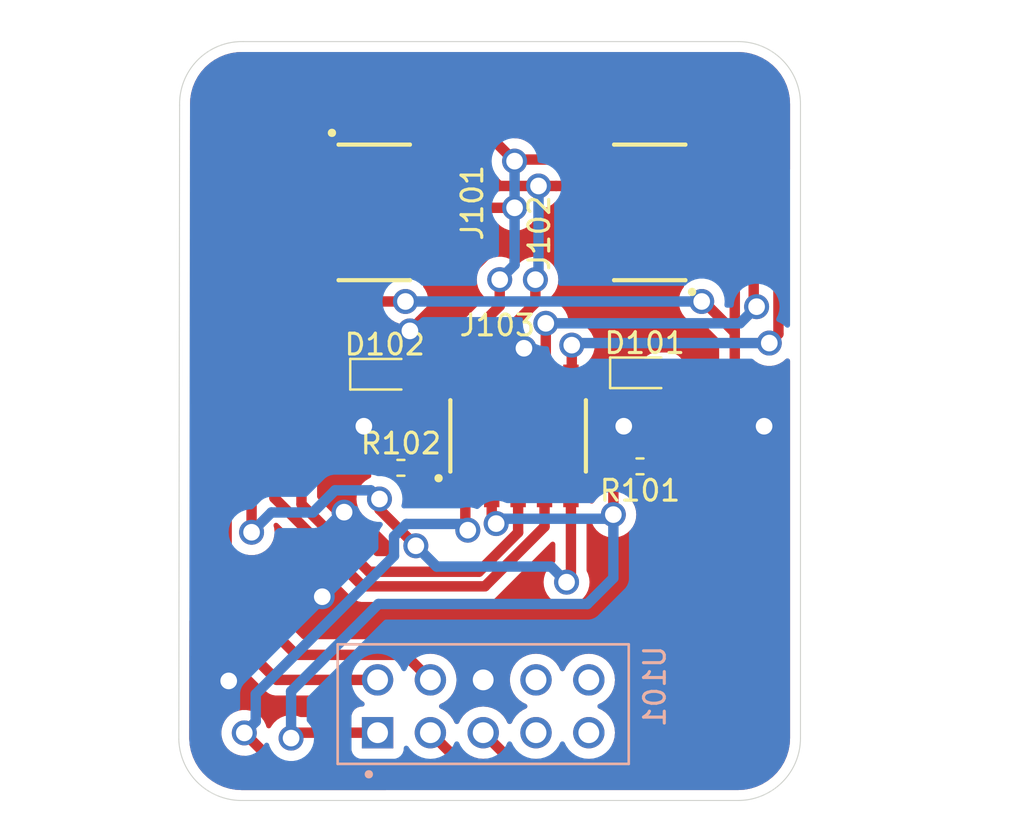
<source format=kicad_pcb>
(kicad_pcb (version 20240108) (generator "pcbnew") (generator_version "8.0")
  (layers (0 "F.Cu" signal) (31 "B.Cu" signal) (34 "B.Paste" user) (35 "F.Paste" user) (36 "B.SilkS" user "B.Silkscreen") (37 "F.SilkS" user "F.Silkscreen") (38 "B.Mask" user) (39 "F.Mask" user) (44 "Edge.Cuts" user))
  (net 0 "")
  (net 1 "Net-(D101-A)")
  (net 2 "GND")
  (net 3 "Net-(D102-A)")
  (net 4 "+5V")
  (net 6 "/TOFB_GPIO1")
  (net 7 "/TOFB_XSHUT")
  (net 9 "/I2C_MAIN_SCL")
  (net 10 "/I2C_MAIN_SDA")
  (net 11 "/TOFC_XSHUT")
  (net 12 "/TOFC_GPIO1")
  (net 13 "/TOFA_XSHUT")
  (net 14 "/TOFA_GPIO1")
  (footprint "Resistor_SMD:R_0402_1005Metric_Pad0.72x0.64mm_HandSolder" (layer "F.Cu") (at 182.7825 104.43 180)
    (property "Reference" "R101" (at 0 -1.17 0) (layer "F.SilkS"))
    (property "Value" "3.3k")
    (fp_line (start -0.167621 0.38) (end 0.167621 0.38) (stroke (width 0.12)) (layer "F.SilkS"))
    (fp_line (start -0.167621 -0.38) (end 0.167621 -0.38) (stroke (width 0.12)) (layer "F.SilkS"))
    (pad "1" smd roundrect (at -0.5975 0 180) (size 0.715 0.64) (layers "F.Cu" "F.Paste" "F.Mask") (net 1 "Net-(D101-A)"))
    (pad "2" smd roundrect (at 0.5975 0 180) (size 0.715 0.64) (layers "F.Cu" "F.Paste" "F.Mask") (net 14 "/TOFA_GPIO1"))
  )
  (footprint "TJ:SAMTEC_FTSH-105-01-F-DV-P-TR" (layer "F.Cu") (at 170 92.215 -90)
    (property "Reference" "J101" (at -0.46 -4.715 90) (layer "F.SilkS"))
    (property "Value" "FTSH-105-01-F-DV-P-TR" (hide yes))
    (fp_line (start -3.26 1.715) (end -3.26 1.715) (stroke (width 0.2)) (layer "F.SilkS"))
    (fp_line (start -3.26 1.715) (end -3.26 -1.715) (stroke (width 0.2)) (layer "F.SilkS"))
    (fp_line (start 3.26 1.715) (end 3.26 1.715) (stroke (width 0.2)) (layer "F.SilkS"))
    (fp_line (start -3.26 -1.715) (end -3.26 -1.715) (stroke (width 0.2)) (layer "F.SilkS"))
    (fp_line (start 3.26 -1.715) (end 3.26 1.715) (stroke (width 0.2)) (layer "F.SilkS"))
    (fp_line (start 3.26 -1.715) (end 3.26 -1.715) (stroke (width 0.2)) (layer "F.SilkS"))
    (fp_circle (center -3.825 2.035) (end -3.725 2.035) (stroke (width 0.2)) (fill none) (layer "F.SilkS"))
    (pad "01" smd rect (at -2.54 2.035 270) (size 0.74 2.79) (layers "F.Cu" "F.Paste" "F.Mask") (net 6 "/TOFB_GPIO1"))
    (pad "02" smd rect (at -2.54 -2.035 270) (size 0.74 2.79) (layers "F.Cu" "F.Paste" "F.Mask") (net 10 "/I2C_MAIN_SDA"))
    (pad "03" smd rect (at -1.27 2.035 270) (size 0.74 2.79) (layers "F.Cu" "F.Paste" "F.Mask") (net 7 "/TOFB_XSHUT"))
    (pad "04" smd rect (at -1.27 -2.035 270) (size 0.74 2.79) (layers "F.Cu" "F.Paste" "F.Mask") (net 9 "/I2C_MAIN_SCL"))
    (pad "05" smd rect (at 0 2.035 270) (size 0.74 2.79) (layers "F.Cu" "F.Paste" "F.Mask") (net 4 "+5V"))
    (pad "06" smd rect (at 0 -2.035 270) (size 0.74 2.79) (layers "F.Cu" "F.Paste" "F.Mask") (net 2 "GND"))
    (pad "07" smd rect (at 1.27 2.035 270) (size 0.74 2.79) (layers "F.Cu" "F.Paste" "F.Mask"))
    (pad "08" smd rect (at 1.27 -2.035 270) (size 0.74 2.79) (layers "F.Cu" "F.Paste" "F.Mask"))
    (pad "09" smd rect (at 2.54 2.035 270) (size 0.74 2.79) (layers "F.Cu" "F.Paste" "F.Mask"))
    (pad "10" smd rect (at 2.54 -2.035 270) (size 0.74 2.79) (layers "F.Cu" "F.Paste" "F.Mask"))
  )
  (footprint "LED_SMD:LED_0603_1608Metric_Pad1.05x0.95mm_HandSolder" (layer "F.Cu") (at 170.505 100)
    (property "Reference" "D102" (at 0 -1.43 0) (layer "F.SilkS"))
    (property "Value" "LED")
    (fp_line (start -1.66 -0.735) (end -1.66 0.735) (stroke (width 0.12)) (layer "F.SilkS"))
    (fp_line (start -1.66 0.735) (end 0.8 0.735) (stroke (width 0.12)) (layer "F.SilkS"))
    (fp_line (start 0.8 -0.735) (end -1.66 -0.735) (stroke (width 0.12)) (layer "F.SilkS"))
    (pad "1" smd roundrect (at -0.875 0) (size 1.05 0.95) (layers "F.Cu" "F.Paste" "F.Mask") (net 2 "GND"))
    (pad "2" smd roundrect (at 0.875 0) (size 1.05 0.95) (layers "F.Cu" "F.Paste" "F.Mask") (net 3 "Net-(D102-A)"))
  )
  (footprint "TJ:SAMTEC_FTSH-105-01-F-DV-P-TR" (layer "F.Cu") (at 183.25 92.215 90)
    (property "Reference" "J102" (at -1 -5.315 90) (layer "F.SilkS"))
    (property "Value" "FTSH-105-01-F-DV-P-TR" (hide yes))
    (fp_line (start 3.26 -1.715) (end 3.26 -1.715) (stroke (width 0.2)) (layer "F.SilkS"))
    (fp_line (start 3.26 -1.715) (end 3.26 1.715) (stroke (width 0.2)) (layer "F.SilkS"))
    (fp_line (start -3.26 -1.715) (end -3.26 -1.715) (stroke (width 0.2)) (layer "F.SilkS"))
    (fp_line (start 3.26 1.715) (end 3.26 1.715) (stroke (width 0.2)) (layer "F.SilkS"))
    (fp_line (start -3.26 1.715) (end -3.26 -1.715) (stroke (width 0.2)) (layer "F.SilkS"))
    (fp_line (start -3.26 1.715) (end -3.26 1.715) (stroke (width 0.2)) (layer "F.SilkS"))
    (fp_circle (center -3.825 2.035) (end -3.725 2.035) (stroke (width 0.2)) (fill none) (layer "F.SilkS"))
    (pad "01" smd rect (at -2.54 2.035 90) (size 0.74 2.79) (layers "F.Cu" "F.Paste" "F.Mask"))
    (pad "02" smd rect (at -2.54 -2.035 90) (size 0.74 2.79) (layers "F.Cu" "F.Paste" "F.Mask"))
    (pad "03" smd rect (at -1.27 2.035 90) (size 0.74 2.79) (layers "F.Cu" "F.Paste" "F.Mask"))
    (pad "04" smd rect (at -1.27 -2.035 90) (size 0.74 2.79) (layers "F.Cu" "F.Paste" "F.Mask"))
    (pad "05" smd rect (at 0 2.035 90) (size 0.74 2.79) (layers "F.Cu" "F.Paste" "F.Mask") (net 4 "+5V"))
    (pad "06" smd rect (at 0 -2.035 90) (size 0.74 2.79) (layers "F.Cu" "F.Paste" "F.Mask") (net 2 "GND"))
    (pad "07" smd rect (at 1.27 2.035 90) (size 0.74 2.79) (layers "F.Cu" "F.Paste" "F.Mask") (net 11 "/TOFC_XSHUT"))
    (pad "08" smd rect (at 1.27 -2.035 90) (size 0.74 2.79) (layers "F.Cu" "F.Paste" "F.Mask") (net 10 "/I2C_MAIN_SDA"))
    (pad "09" smd rect (at 2.54 2.035 90) (size 0.74 2.79) (layers "F.Cu" "F.Paste" "F.Mask") (net 12 "/TOFC_GPIO1"))
    (pad "10" smd rect (at 2.54 -2.035 90) (size 0.74 2.79) (layers "F.Cu" "F.Paste" "F.Mask") (net 9 "/I2C_MAIN_SCL"))
  )
  (footprint "LED_SMD:LED_0603_1608Metric_Pad1.05x0.95mm_HandSolder" (layer "F.Cu") (at 183.005 99.93)
    (property "Reference" "D101" (at 0 -1.43 0) (layer "F.SilkS"))
    (property "Value" "LED")
    (fp_line (start -1.66 -0.735) (end -1.66 0.735) (stroke (width 0.12)) (layer "F.SilkS"))
    (fp_line (start -1.66 0.735) (end 0.8 0.735) (stroke (width 0.12)) (layer "F.SilkS"))
    (fp_line (start 0.8 -0.735) (end -1.66 -0.735) (stroke (width 0.12)) (layer "F.SilkS"))
    (pad "1" smd roundrect (at -0.875 0) (size 1.05 0.95) (layers "F.Cu" "F.Paste" "F.Mask") (net 2 "GND"))
    (pad "2" smd roundrect (at 0.875 0) (size 1.05 0.95) (layers "F.Cu" "F.Paste" "F.Mask") (net 1 "Net-(D101-A)"))
  )
  (footprint "Resistor_SMD:R_0402_1005Metric_Pad0.72x0.64mm_HandSolder" (layer "F.Cu") (at 171.2825 104.5)
    (property "Reference" "R102" (at 0 -1.17 0) (layer "F.SilkS"))
    (property "Value" "3.3k")
    (fp_line (start -0.167621 -0.38) (end 0.167621 -0.38) (stroke (width 0.12)) (layer "F.SilkS"))
    (fp_line (start -0.167621 0.38) (end 0.167621 0.38) (stroke (width 0.12)) (layer "F.SilkS"))
    (pad "1" smd roundrect (at -0.5975 0) (size 0.715 0.64) (layers "F.Cu" "F.Paste" "F.Mask") (net 3 "Net-(D102-A)"))
    (pad "2" smd roundrect (at 0.5975 0) (size 0.715 0.64) (layers "F.Cu" "F.Paste" "F.Mask") (net 13 "/TOFA_XSHUT"))
  )
  (footprint "TJ:SAMTEC_FTSH-105-01-F-DV-P-TR" (layer "F.Cu") (at 176.92 102.965)
    (property "Reference" "J103" (at -1 -5.315 0) (layer "F.SilkS"))
    (property "Value" "FTSH-105-01-F-DV-P-TR")
    (fp_line (start -3.26 -1.715) (end -3.26 -1.715) (stroke (width 0.2)) (layer "F.SilkS"))
    (fp_line (start -3.26 1.715) (end -3.26 -1.715) (stroke (width 0.2)) (layer "F.SilkS"))
    (fp_line (start -3.26 1.715) (end -3.26 1.715) (stroke (width 0.2)) (layer "F.SilkS"))
    (fp_line (start 3.26 -1.715) (end 3.26 -1.715) (stroke (width 0.2)) (layer "F.SilkS"))
    (fp_line (start 3.26 -1.715) (end 3.26 1.715) (stroke (width 0.2)) (layer "F.SilkS"))
    (fp_line (start 3.26 1.715) (end 3.26 1.715) (stroke (width 0.2)) (layer "F.SilkS"))
    (fp_circle (center -3.825 2.035) (end -3.725 2.035) (stroke (width 0.2)) (fill none) (layer "F.SilkS"))
    (pad "01" smd rect (at -2.54 2.035) (size 0.74 2.79) (layers "F.Cu" "F.Paste" "F.Mask") (net 13 "/TOFA_XSHUT"))
    (pad "02" smd rect (at -2.54 -2.035) (size 0.74 2.79) (layers "F.Cu" "F.Paste" "F.Mask") (net 9 "/I2C_MAIN_SCL"))
    (pad "03" smd rect (at -1.27 2.035) (size 0.74 2.79) (layers "F.Cu" "F.Paste" "F.Mask") (net 14 "/TOFA_GPIO1"))
    (pad "04" smd rect (at -1.27 -2.035) (size 0.74 2.79) (layers "F.Cu" "F.Paste" "F.Mask") (net 10 "/I2C_MAIN_SDA"))
    (pad "05" smd rect (at 0 2.035) (size 0.74 2.79) (layers "F.Cu" "F.Paste" "F.Mask") (net 4 "+5V"))
    (pad "06" smd rect (at 0 -2.035) (size 0.74 2.79) (layers "F.Cu" "F.Paste" "F.Mask") (net 2 "GND"))
    (pad "07" smd rect (at 1.27 2.035) (size 0.74 2.79) (layers "F.Cu" "F.Paste" "F.Mask") (net 7 "/TOFB_XSHUT"))
    (pad "08" smd rect (at 1.27 -2.035) (size 0.74 2.79) (layers "F.Cu" "F.Paste" "F.Mask") (net 11 "/TOFC_XSHUT"))
    (pad "09" smd rect (at 2.54 2.035) (size 0.74 2.79) (layers "F.Cu" "F.Paste" "F.Mask") (net 6 "/TOFB_GPIO1"))
    (pad "10" smd rect (at 2.54 -2.035) (size 0.74 2.79) (layers "F.Cu" "F.Paste" "F.Mask") (net 12 "/TOFC_GPIO1"))
  )
  (footprint "VL53L1X-SATEL:MODULE_VL53L1X-SATEL" (layer "B.Cu") (at 175.24 105.49 90)
    (property "Reference" "U101" (at -9.525 8.255 90) (layer "B.SilkS") (effects (justify mirror)))
    (property "Value" "VL53L1X-SATEL")
    (fp_line (start -7.5 -7) (end -13.25 -7) (stroke (width 0.127)) (layer "B.SilkS"))
    (fp_line (start -13.25 -7) (end -13.25 7) (stroke (width 0.127)) (layer "B.SilkS"))
    (fp_line (start -7.5 7) (end -7.5 -7) (stroke (width 0.127)) (layer "B.SilkS"))
    (fp_line (start -13.25 7) (end -7.5 7) (stroke (width 0.127)) (layer "B.SilkS"))
    (fp_circle (center -13.75 -5.5) (end -13.65 -5.5) (stroke (width 0.2)) (fill none) (layer "B.SilkS"))
    (pad "1" thru_hole rect (at -11.75 -5.08 90) (size 1.508 1.508) (drill 1) (layers "*.Cu" "*.Mask") (net 14 "/TOFA_GPIO1"))
    (pad "2" thru_hole circle (at -9.21 -5.08 90) (size 1.508 1.508) (drill 1) (layers "*.Cu" "*.Mask") (net 9 "/I2C_MAIN_SCL"))
    (pad "3" thru_hole circle (at -11.75 -2.54 90) (size 1.508 1.508) (drill 1) (layers "*.Cu" "*.Mask") (net 13 "/TOFA_XSHUT"))
    (pad "4" thru_hole circle (at -9.21 -2.54 90) (size 1.508 1.508) (drill 1) (layers "*.Cu" "*.Mask") (net 10 "/I2C_MAIN_SDA"))
    (pad "5" thru_hole circle (at -11.75 0 90) (size 1.508 1.508) (drill 1) (layers "*.Cu" "*.Mask") (net 4 "+5V"))
    (pad "6" thru_hole circle (at -9.21 0 90) (size 1.508 1.508) (drill 1) (layers "*.Cu" "*.Mask") (net 2 "GND"))
    (pad "7" thru_hole circle (at -11.75 2.54 90) (size 1.508 1.508) (drill 1) (layers "*.Cu" "*.Mask"))
    (pad "8" thru_hole circle (at -9.21 2.54 90) (size 1.508 1.508) (drill 1) (layers "*.Cu" "*.Mask"))
    (pad "9" thru_hole circle (at -11.75 5.08 90) (size 1.508 1.508) (drill 1) (layers "*.Cu" "*.Mask"))
    (pad "10" thru_hole circle (at -9.21 5.08 90) (size 1.508 1.508) (drill 1) (layers "*.Cu" "*.Mask"))
  )
  (gr_arc (start 190.5 117.5) (mid 189.62132 119.62132) (end 187.5 120.5) (stroke (width 0.05)) (layer "Edge.Cuts"))
  (gr_line (start 190.5 87) (end 190.5 117.5) (stroke (width 0.05)) (layer "Edge.Cuts"))
  (gr_line (start 160.6 117.55) (end 160.63814 87.049204) (stroke (width 0.05)) (layer "Edge.Cuts"))
  (gr_line (start 163.62132 120.500841) (end 187.5 120.5) (stroke (width 0.05)) (layer "Edge.Cuts"))
  (gr_arc (start 187.5 84) (mid 189.62132 84.87868) (end 190.5 87) (stroke (width 0.05)) (layer "Edge.Cuts"))
  (gr_line (start 163.7 84.000001) (end 187.5 84) (stroke (width 0.05)) (layer "Edge.Cuts"))
  (gr_arc (start 160.63814 87.049204) (mid 161.521 84.873843) (end 163.7 84.000001) (stroke (width 0.05)) (layer "Edge.Cuts"))
  (gr_arc (start 163.62132 120.500841) (mid 161.509695 119.640739) (end 160.600001 117.55) (stroke (width 0.05)) (layer "Edge.Cuts"))
  (segment (start 183.88 103.93) (end 183.38 104.43) (width 0.5) (layer "F.Cu") (net 1))
  (segment (start 183.88 99.93) (end 183.88 103.93) (width 0.5) (layer "F.Cu") (net 1))
  (segment (start 172.265075 111.75) (end 175.215075 114.7) (width 0.5) (layer "F.Cu") (net 2))
  (segment (start 169.63 100) (end 172.19 97.44) (width 0.5) (layer "F.Cu") (net 2))
  (segment (start 169.5 102.5) (end 169.5 100.13) (width 0.5) (layer "F.Cu") (net 2))
  (segment (start 180.03 92.215) (end 181.425 92.215) (width 0.5) (layer "F.Cu") (net 2))
  (segment (start 172.19 97.44) (end 175.4851 94.1449) (width 0.5) (layer "F.Cu") (net 2))
  (segment (start 176.92 100.93) (end 177.07 100.93) (width 0.5) (layer "F.Cu") (net 2))
  (segment (start 176.92 99.03) (end 177.2 98.75) (width 0.5) (layer "F.Cu") (net 2))
  (segment (start 182.13 102.37) (end 182 102.5) (width 0.5) (layer "F.Cu") (net 2))
  (segment (start 175.4851 94.1449) (end 175.4851 93.75) (width 0.5) (layer "F.Cu") (net 2))
  (segment (start 178.495 93.75) (end 180.03 92.215) (width 0.5) (layer "F.Cu") (net 2))
  (segment (start 168.55 111.75) (end 172.265075 111.75) (width 0.5) (layer "F.Cu") (net 2))
  (segment (start 169.5 100.13) (end 169.63 100) (width 0.5) (layer "F.Cu") (net 2))
  (segment (start 175.215075 114.7) (end 175.24 114.7) (width 0.5) (layer "F.Cu") (net 2))
  (segment (start 176.92 100.93) (end 176.92 99.03) (width 0.5) (layer "F.Cu") (net 2))
  (segment (start 173.9501 92.215) (end 172.035 92.215) (width 0.5) (layer "F.Cu") (net 2))
  (segment (start 175.4851 93.75) (end 177.75 93.75) (width 0.5) (layer "F.Cu") (net 2))
  (segment (start 168.55 103.45) (end 169.5 102.5) (width 0.5) (layer "F.Cu") (net 2))
  (segment (start 182.13 99.93) (end 182.13 102.37) (width 0.5) (layer "F.Cu") (net 2))
  (segment (start 168.55 106.632537) (end 168.55 103.45) (width 0.5) (layer "F.Cu") (net 2))
  (segment (start 177.75 93.75) (end 178.495 93.75) (width 0.5) (layer "F.Cu") (net 2))
  (segment (start 167.5 110.7) (end 168.55 111.75) (width 0.5) (layer "F.Cu") (net 2))
  (segment (start 173.9501 92.215) (end 175.4851 93.75) (width 0.5) (layer "F.Cu") (net 2))
  (via (at 177.2 98.75) (size 1.2) (drill 0.8) (layers "F.Cu" "B.Cu") (net 2))
  (via (at 171.715 97.915) (size 1.2) (drill 0.8) (layers "F.Cu" "B.Cu") (net 2))
  (via (at 163 114.75) (size 1.2) (drill 0.8) (layers "F.Cu" "B.Cu") (net 2))
  (via (at 182 102.5) (size 1.2) (drill 0.8) (layers "F.Cu" "B.Cu") (net 2))
  (via (at 169.5 102.5) (size 1.2) (drill 0.8) (layers "F.Cu" "B.Cu") (net 2))
  (via (at 167.5 110.7) (size 1.2) (drill 0.8) (layers "F.Cu" "B.Cu") (net 2))
  (via (at 188.75 102.5) (size 1.2) (drill 0.8) (layers "F.Cu" "B.Cu") (net 2))
  (via (at 168.55 106.632537) (size 1.2) (drill 0.8) (layers "F.Cu" "B.Cu") (net 2))
  (segment (start 172.55 98.75) (end 177.2 98.75) (width 0.5) (layer "B.Cu") (net 2))
  (segment (start 167.5 110.7) (end 167.05 110.7) (width 0.5) (layer "B.Cu") (net 2))
  (segment (start 182 102.5) (end 169.5 102.5) (width 0.5) (layer "B.Cu") (net 2))
  (segment (start 171.715 97.915) (end 172.55 98.75) (width 0.5) (layer "B.Cu") (net 2))
  (segment (start 167.5 110.7) (end 167.75 110.45) (width 0.5) (layer "B.Cu") (net 2))
  (segment (start 167.75 110.45) (end 167.75 107.432537) (width 0.5) (layer "B.Cu") (net 2))
  (segment (start 167.05 110.7) (end 163 114.75) (width 0.5) (layer "B.Cu") (net 2))
  (segment (start 167.75 107.432537) (end 168.55 106.632537) (width 0.5) (layer "B.Cu") (net 2))
  (segment (start 182 102.5) (end 188.75 102.5) (width 0.5) (layer "B.Cu") (net 2))
  (segment (start 170.685 100.695) (end 170.685 104.5) (width 0.5) (layer "F.Cu") (net 3))
  (segment (start 171.38 100) (end 170.685 100.695) (width 0.5) (layer "F.Cu") (net 3))
  (segment (start 169.75 109.5) (end 175.03088 109.5) (width 0.5) (layer "F.Cu") (net 4))
  (segment (start 186.89 92.215) (end 187.34 92.665) (width 0.5) (layer "F.Cu") (net 4))
  (segment (start 185.84 96.5) (end 187.34 98) (width 0.5) (layer "F.Cu") (net 4))
  (segment (start 175.03088 109.5) (end 176.92 107.61088) (width 0.5) (layer "F.Cu") (net 4))
  (segment (start 166.5 106.25) (end 169.75 109.5) (width 0.5) (layer "F.Cu") (net 4))
  (segment (start 166.57 92.215) (end 166.12 92.665) (width 0.5) (layer "F.Cu") (net 4))
  (segment (start 166.12 92.665) (end 166.12 95.575) (width 0.5) (layer "F.Cu") (net 4))
  (segment (start 185.75 96.5) (end 185.84 96.5) (width 0.5) (layer "F.Cu") (net 4))
  (segment (start 176.92 107.61088) (end 176.92 105) (width 0.5) (layer "F.Cu") (net 4))
  (segment (start 187.34 113.66) (end 187.34 98) (width 0.5) (layer "F.Cu") (net 4))
  (segment (start 166.12 95.575) (end 166.7725 96.2275) (width 0.5) (layer "F.Cu") (net 4))
  (segment (start 175.24 117.24) (end 176.75 118.75) (width 0.5) (layer "F.Cu") (net 4))
  (segment (start 185.495 92.215) (end 186.89 92.215) (width 0.5) (layer "F.Cu") (net 4))
  (segment (start 182.25 118.75) (end 187.34 113.66) (width 0.5) (layer "F.Cu") (net 4))
  (segment (start 167.045 96.5) (end 171.5 96.5) (width 0.5) (layer "F.Cu") (net 4))
  (segment (start 166.5 96.5) (end 166.5 106.25) (width 0.5) (layer "F.Cu") (net 4))
  (segment (start 176.92 105.46) (end 176.88 105.5) (width 0.2) (layer "F.Cu") (net 4))
  (segment (start 187.34 92.665) (end 187.34 98) (width 0.5) (layer "F.Cu") (net 4))
  (segment (start 176.75 118.75) (end 182.25 118.75) (width 0.5) (layer "F.Cu") (net 4))
  (segment (start 176.92 105) (end 176.92 105.46) (width 0.2) (layer "F.Cu") (net 4))
  (segment (start 166.7725 96.2275) (end 167.045 96.5) (width 0.5) (layer "F.Cu") (net 4))
  (segment (start 167.425 92.215) (end 166.57 92.215) (width 0.5) (layer "F.Cu") (net 4))
  (segment (start 166.7725 96.2275) (end 166.5 96.5) (width 0.5) (layer "F.Cu") (net 4))
  (via (at 171.5 96.5) (size 1.2) (drill 0.8) (layers "F.Cu" "B.Cu") (net 4))
  (via (at 185.75 96.5) (size 1.2) (drill 0.8) (layers "F.Cu" "B.Cu") (net 4))
  (segment (start 171.5 96.5) (end 185.75 96.5) (width 0.5) (layer "B.Cu") (net 4))
  (segment (start 179.25 110) (end 179.46 109.79) (width 0.5) (layer "F.Cu") (net 6))
  (segment (start 170.25 106.5) (end 172 108.25) (width 0.5) (layer "F.Cu") (net 6))
  (segment (start 170.25 106) (end 170.25 106.5) (width 0.5) (layer "F.Cu") (net 6))
  (segment (start 179.46 109.79) (end 179.46 105) (width 0.5) (layer "F.Cu") (net 6))
  (segment (start 164.1 91.4) (end 165.825 89.675) (width 0.5) (layer "F.Cu") (net 6))
  (segment (start 165.825 89.675) (end 167.965 89.675) (width 0.5) (layer "F.Cu") (net 6))
  (segment (start 164.1 107.6) (end 164.1 91.4) (width 0.5) (layer "F.Cu") (net 6))
  (via (at 172 108.25) (size 1.2) (drill 0.8) (layers "F.Cu" "B.Cu") (net 6))
  (via (at 179.25 110) (size 1.2) (drill 0.8) (layers "F.Cu" "B.Cu") (net 6))
  (via (at 170.25 106) (size 1.2) (drill 0.8) (layers "F.Cu" "B.Cu") (net 6))
  (via (at 164.1 107.6) (size 1.2) (drill 0.8) (layers "F.Cu" "B.Cu") (net 6))
  (segment (start 179.25 110) (end 178.5 109.25) (width 0.5) (layer "B.Cu") (net 6))
  (segment (start 168.115075 105.582537) (end 169.832537 105.582537) (width 0.5) (layer "B.Cu") (net 6))
  (segment (start 169.832537 105.582537) (end 170.25 106) (width 0.5) (layer "B.Cu") (net 6))
  (segment (start 165.052388 106.647612) (end 167.05 106.647612) (width 0.5) (layer "B.Cu") (net 6))
  (segment (start 167.05 106.647612) (end 168.115075 105.582537) (width 0.5) (layer "B.Cu") (net 6))
  (segment (start 173 109.25) (end 172 108.25) (width 0.5) (layer "B.Cu") (net 6))
  (segment (start 178.5 109.25) (end 173 109.25) (width 0.5) (layer "B.Cu") (net 6))
  (segment (start 164.1 107.6) (end 165.052388 106.647612) (width 0.5) (layer "B.Cu") (net 6))
  (segment (start 178.19 107.33083) (end 175.32083 110.2) (width 0.5) (layer "F.Cu") (net 7))
  (segment (start 175.32083 110.2) (end 169.45 110.2) (width 0.5) (layer "F.Cu") (net 7))
  (segment (start 178.19 105) (end 178.19 105.69) (width 0.5) (layer "F.Cu") (net 7))
  (segment (start 166.055 90.945) (end 167.425 90.945) (width 0.5) (layer "F.Cu") (net 7))
  (segment (start 178.19 105) (end 178.19 107.33083) (width 0.5) (layer "F.Cu") (net 7))
  (segment (start 165.2 105.95) (end 165.2 91.8) (width 0.5) (layer "F.Cu") (net 7))
  (segment (start 169.45 110.2) (end 165.2 105.95) (width 0.5) (layer "F.Cu") (net 7))
  (segment (start 165.2 91.8) (end 166.055 90.945) (width 0.5) (layer "F.Cu") (net 7))
  (segment (start 178.19 105.69) (end 178.25 105.75) (width 0.5) (layer "F.Cu") (net 7))
  (segment (start 176.034923 95.45) (end 176.034923 96.715077) (width 0.5) (layer "F.Cu") (net 9))
  (segment (start 171.495 90.945) (end 173.67005 90.945) (width 0.5) (layer "F.Cu") (net 9))
  (segment (start 176.034923 96.715077) (end 174.38 98.37) (width 0.5) (layer "F.Cu") (net 9))
  (segment (start 165.308057 114.7) (end 170.16 114.7) (width 0.5) (layer "F.Cu") (net 9))
  (segment (start 181.425 89.675) (end 178.5 89.675) (width 0.5) (layer "F.Cu") (net 9))
  (segment (start 161.7 90) (end 164.8 86.9) (width 0.5) (layer "F.Cu") (net 9))
  (segment (start 173.9 86.9) (end 176.75 89.75) (width 0.5) (layer "F.Cu") (net 9))
  (segment (start 164.8 86.9) (end 173.9 86.9) (width 0.5) (layer "F.Cu") (net 9))
  (segment (start 174.38 98.37) (end 174.38 100.93) (width 0.5) (layer "F.Cu") (net 9))
  (segment (start 161.7 111.091943) (end 165.308057 114.7) (width 0.5) (layer "F.Cu") (net 9))
  (segment (start 178.5 89.675) (end 176.825 89.675) (width 0.5) (layer "F.Cu") (net 9))
  (segment (start 173.67005 90.945) (end 174.72005 91.995) (width 0.5) (layer "F.Cu") (net 9))
  (segment (start 161.7 111.091943) (end 161.7 90) (width 0.5) (layer "F.Cu") (net 9))
  (segment (start 176.825 89.675) (end 176.75 89.75) (width 0.5) (layer "F.Cu") (net 9))
  (segment (start 174.72005 91.995) (end 176.75 91.995) (width 0.5) (layer "F.Cu") (net 9))
  (via (at 176.75 91.995) (size 1.2) (drill 0.8) (layers "F.Cu" "B.Cu") (net 9))
  (via (at 176.75 89.75) (size 1.2) (drill 0.8) (layers "F.Cu" "B.Cu") (net 9))
  (via (at 176.034923 95.45) (size 1.2) (drill 0.8) (layers "F.Cu" "B.Cu") (net 9))
  (segment (start 176.995 91.75) (end 176.75 91.995) (width 0.5) (layer "B.Cu") (net 9))
  (segment (start 176.034923 95.45) (end 176.75 94.734923) (width 0.5) (layer "B.Cu") (net 9))
  (segment (start 176.75 94.734923) (end 176.75 91.995) (width 0.5) (layer "B.Cu") (net 9))
  (segment (start 176.75 89.75) (end 176.75 91.75) (width 0.5) (layer "B.Cu") (net 9))
  (segment (start 176.75 91.75) (end 176.995 91.75) (width 0.5) (layer "B.Cu") (net 9))
  (segment (start 165.7 87.9) (end 162.9 90.7) (width 0.5) (layer "F.Cu") (net 10))
  (segment (start 174.66 90.945) (end 176 90.945) (width 0.5) (layer "F.Cu") (net 10))
  (segment (start 171.496 113.496) (end 172.7 114.7) (width 0.5) (layer "F.Cu") (net 10))
  (segment (start 162.9 90.7) (end 162.9 110.15) (width 0.5) (layer "F.Cu") (net 10))
  (segment (start 175.65 98.665075) (end 177.75 96.565075) (width 0.5) (layer "F.Cu") (net 10))
  (segment (start 173.39 89.675) (end 174.66 90.945) (width 0.5) (layer "F.Cu") (net 10))
  (segment (start 166.246 113.496) (end 171.496 113.496) (width 0.5) (layer "F.Cu") (net 10))
  (segment (start 172.955 87.9) (end 165.7 87.9) (width 0.5) (layer "F.Cu") (net 10))
  (segment (start 175.65 100.93) (end 175.65 98.665075) (width 0.5) (layer "F.Cu") (net 10))
  (segment (start 162.9 110.15) (end 166.246 113.496) (width 0.5) (layer "F.Cu") (net 10))
  (segment (start 176 90.945) (end 172.955 87.9) (width 0.5) (layer "F.Cu") (net 10))
  (segment (start 177.75 96.565075) (end 177.75 95.45) (width 0.5) (layer "F.Cu") (net 10))
  (segment (start 178.75 90.945) (end 181.425 90.945) (width 0.5) (layer "F.Cu") (net 10))
  (segment (start 171.495 89.675) (end 173.39 89.675) (width 0.5) (layer "F.Cu") (net 10))
  (segment (start 176 90.945) (end 178.75 90.945) (width 0.5) (layer "F.Cu") (net 10))
  (via (at 177.9 90.945) (size 1.2) (drill 0.8) (layers "F.Cu" "B.Cu") (net 10))
  (via (at 177.75 95.45) (size 1.2) (drill 0.8) (layers "F.Cu" "B.Cu") (net 10))
  (segment (start 177.9 95.3) (end 177.75 95.45) (width 0.5) (layer "B.Cu") (net 10))
  (segment (start 177.9 90.945) (end 177.9 95.3) (width 0.5) (layer "B.Cu") (net 10))
  (segment (start 188.25 96.61) (end 188.25 91.805) (width 0.5) (layer "F.Cu") (net 11))
  (segment (start 178.25 100.87) (end 178.19 100.93) (width 0.5) (layer "F.Cu") (net 11))
  (segment (start 187.39 90.945) (end 185.495 90.945) (width 0.5) (layer "F.Cu") (net 11))
  (segment (start 188.25 91.805) (end 187.39 90.945) (width 0.5) (layer "F.Cu") (net 11))
  (segment (start 188.39 96.75) (end 188.25 96.61) (width 0.5) (layer "F.Cu") (net 11))
  (segment (start 178.25 97.55) (end 178.25 100.87) (width 0.5) (layer "F.Cu") (net 11))
  (via (at 188.39 96.75) (size 1.2) (drill 0.8) (layers "F.Cu" "B.Cu") (net 11))
  (via (at 178.25 97.55) (size 1.2) (drill 0.8) (layers "F.Cu" "B.Cu") (net 11))
  (segment (start 188.39 96.75) (end 187.59 97.55) (width 0.5) (layer "B.Cu") (net 11))
  (segment (start 187.59 97.55) (end 178.25 97.55) (width 0.5) (layer "B.Cu") (net 11))
  (segment (start 179.5 100.89) (end 179.46 100.93) (width 0.5) (layer "F.Cu") (net 12))
  (segment (start 188.175 89.675) (end 189.44 90.94) (width 0.5) (layer "F.Cu") (net 12))
  (segment (start 189.44 90.94) (end 189.44 98.06) (width 0.5) (layer "F.Cu") (net 12))
  (segment (start 185.495 89.675) (end 188.175 89.675) (width 0.5) (layer "F.Cu") (net 12))
  (segment (start 189.44 98.06) (end 189 98.5) (width 0.5) (layer "F.Cu") (net 12))
  (segment (start 179.5 98.6) (end 179.5 100.89) (width 0.5) (layer "F.Cu") (net 12))
  (via (at 179.5 98.6) (size 1.2) (drill 0.8) (layers "F.Cu" "B.Cu") (net 12))
  (via (at 189 98.5) (size 1.2) (drill 0.8) (layers "F.Cu" "B.Cu") (net 12))
  (segment (start 189 98.5) (end 179.6 98.5) (width 0.5) (layer "B.Cu") (net 12))
  (segment (start 179.6 98.5) (end 179.5 98.6) (width 0.5) (layer "B.Cu") (net 12))
  (segment (start 163.75 117.25) (end 165.5 119) (width 0.5) (layer "F.Cu") (net 13))
  (segment (start 173.75 118.29) (end 172.7 117.24) (width 0.5) (layer "F.Cu") (net 13))
  (segment (start 165.5 119) (end 173.5 119) (width 0.5) (layer "F.Cu") (net 13))
  (segment (start 174.38 107.38) (end 174.5 107.5) (width 0.5) (layer "F.Cu") (net 13))
  (segment (start 171.88 104.5) (end 173.88 104.5) (width 0.5) (layer "F.Cu") (net 13))
  (segment (start 173.75 118.75) (end 173.75 118.29) (width 0.5) (layer "F.Cu") (net 13))
  (segment (start 173.88 104.5) (end 174.38 105) (width 0.5) (layer "F.Cu") (net 13))
  (segment (start 173.5 119) (end 173.75 118.75) (width 0.5) (layer "F.Cu") (net 13))
  (segment (start 174.38 105) (end 174.38 107.38) (width 0.5) (layer "F.Cu") (net 13))
  (via (at 163.75 117.25) (size 1.2) (drill 0.8) (layers "F.Cu" "B.Cu") (net 13))
  (via (at 174.5 107.5) (size 1.2) (drill 0.8) (layers "F.Cu" "B.Cu") (net 13))
  (segment (start 164.3 116.7) (end 164.3 115.384925) (width 0.5) (layer "B.Cu") (net 13))
  (segment (start 174.2 107.2) (end 174.5 107.5) (width 0.5) (layer "B.Cu") (net 13))
  (segment (start 164.3 115.384925) (end 170.95 108.734925) (width 0.5) (layer "B.Cu") (net 13))
  (segment (start 171.55 107.2) (end 174.2 107.2) (width 0.5) (layer "B.Cu") (net 13))
  (segment (start 163.75 117.25) (end 164.3 116.7) (width 0.5) (layer "B.Cu") (net 13))
  (segment (start 170.95 108.734925) (end 170.95 107.8) (width 0.5) (layer "B.Cu") (net 13))
  (segment (start 170.95 107.8) (end 171.55 107.2) (width 0.5) (layer "B.Cu") (net 13))
  (segment (start 175.65 105) (end 175.65 106.968935) (width 0.5) (layer "F.Cu") (net 14))
  (segment (start 181.5 106.75) (end 181.5 105.5) (width 0.5) (layer "F.Cu") (net 14))
  (segment (start 170.16 117.24) (end 166.26 117.24) (width 0.5) (layer "F.Cu") (net 14))
  (segment (start 175.65 106.968935) (end 175.86351 107.182445) (width 0.5) (layer "F.Cu") (net 14))
  (segment (start 166.26 117.24) (end 166 117.5) (width 0.5) (layer "F.Cu") (net 14))
  (segment (start 181.5 105.115) (end 182.185 104.43) (width 0.5) (layer "F.Cu") (net 14))
  (segment (start 181.5 105.5) (end 181.5 105.115) (width 0.5) (layer "F.Cu") (net 14))
  (via (at 166 117.5) (size 1.2) (drill 0.8) (layers "F.Cu" "B.Cu") (net 14))
  (via (at 181.5 106.75) (size 1.2) (drill 0.8) (layers "F.Cu" "B.Cu") (net 14))
  (via (at 175.86351 107.182445) (size 1.2) (drill 0.8) (layers "F.Cu" "B.Cu") (net 14))
  (segment (start 166 117.5) (end 166 115.25) (width 0.5) (layer "B.Cu") (net 14))
  (segment (start 166 115.25) (end 170.2 111.05) (width 0.5) (layer "B.Cu") (net 14))
  (segment (start 170.2 111.05) (end 180.25 111.05) (width 0.5) (layer "B.Cu") (net 14))
  (segment (start 180.25 111.05) (end 181.5 109.8) (width 0.5) (layer "B.Cu") (net 14))
  (segment (start 175.86351 107.182445) (end 176.095955 106.95) (width 0.5) (layer "B.Cu") (net 14))
  (segment (start 181.5 109.8) (end 181.5 106.75) (width 0.5) (layer "B.Cu") (net 14))
  (segment (start 176.095955 106.95) (end 181.3 106.95) (width 0.5) (layer "B.Cu") (net 14))
  (segment (start 181.3 106.95) (end 181.5 106.75) (width 0.5) (layer "B.Cu") (net 14))
  (zone (net 2) (net_name "GND") (layers "F&B.Cu") (connect_pads yes (clearance 0.5)) (min_thickness 0.25) (fill yes (thermal_gap 0.5) (thermal_bridge_width 0.5))
    (polygon (pts (xy 152 82) (xy 152.1 121.8) (xy 192 121.8) (xy 191.9 82)))
  )
)
</source>
